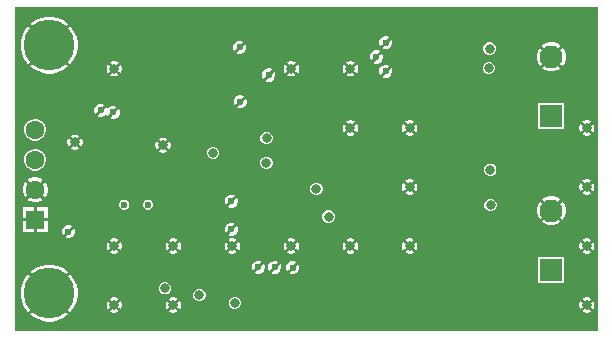
<source format=gbr>
G04*
G04 #@! TF.GenerationSoftware,Altium Limited,Altium Designer,24.0.1 (36)*
G04*
G04 Layer_Physical_Order=3*
G04 Layer_Color=16440176*
%FSLAX44Y44*%
%MOMM*%
G71*
G04*
G04 #@! TF.SameCoordinates,47EEF6A6-A9A8-4354-BB7B-09A3034422A5*
G04*
G04*
G04 #@! TF.FilePolarity,Positive*
G04*
G01*
G75*
%ADD50C,1.6000*%
%ADD51R,1.6000X1.6000*%
%ADD52C,1.9500*%
%ADD53R,1.9500X1.9500*%
%ADD54C,0.6000*%
%ADD55C,0.8000*%
%ADD56C,4.3000*%
G36*
X1259481Y778059D02*
X765599D01*
Y1051941D01*
X1259481D01*
Y778059D01*
D02*
G37*
%LPC*%
G36*
X797368Y1044040D02*
X792632D01*
X787988Y1043116D01*
X783613Y1041304D01*
X779675Y1038673D01*
X778899Y1037897D01*
X780915Y1035881D01*
X779119Y1034085D01*
X777103Y1036101D01*
X776327Y1035325D01*
X773696Y1031387D01*
X771884Y1027012D01*
X770960Y1022368D01*
Y1017632D01*
X771884Y1012988D01*
X773696Y1008613D01*
X776327Y1004675D01*
X777103Y1003899D01*
X779119Y1005915D01*
X780915Y1004119D01*
X778899Y1002103D01*
X779675Y1001327D01*
X783613Y998696D01*
X787988Y996884D01*
X792632Y995960D01*
X797368D01*
X802012Y996884D01*
X806387Y998696D01*
X810325Y1001327D01*
X811101Y1002103D01*
X809085Y1004119D01*
X810881Y1005915D01*
X812897Y1003899D01*
X813673Y1004675D01*
X816304Y1008613D01*
X818116Y1012988D01*
X819040Y1017632D01*
Y1022368D01*
X818116Y1027012D01*
X816304Y1031387D01*
X813673Y1035325D01*
X812897Y1036101D01*
X810881Y1034085D01*
X809085Y1035881D01*
X811101Y1037897D01*
X810325Y1038673D01*
X806387Y1041304D01*
X802012Y1043116D01*
X797368Y1044040D01*
D02*
G37*
G36*
X1081102Y1027540D02*
X1078898D01*
X1076862Y1026697D01*
X1075303Y1025138D01*
X1074460Y1023102D01*
Y1020898D01*
X1075234Y1019030D01*
X1077373Y1021169D01*
X1079169Y1019373D01*
X1077030Y1017234D01*
X1078898Y1016460D01*
X1081102D01*
X1083138Y1017303D01*
X1084697Y1018862D01*
X1085540Y1020898D01*
Y1023102D01*
X1084766Y1024970D01*
X1082627Y1022831D01*
X1080831Y1024627D01*
X1082970Y1026766D01*
X1081102Y1027540D01*
D02*
G37*
G36*
X1221618Y1022290D02*
X1218382D01*
X1215256Y1021452D01*
X1212454Y1019835D01*
X1212208Y1019588D01*
X1214255Y1017541D01*
X1212459Y1015745D01*
X1210412Y1017792D01*
X1210166Y1017546D01*
X1208548Y1014744D01*
X1207710Y1011618D01*
Y1008382D01*
X1208548Y1005256D01*
X1210166Y1002454D01*
X1210412Y1002208D01*
X1212459Y1004255D01*
X1214255Y1002459D01*
X1212208Y1000412D01*
X1212454Y1000166D01*
X1215256Y998548D01*
X1218382Y997710D01*
X1221618D01*
X1224744Y998548D01*
X1227546Y1000166D01*
X1227792Y1000412D01*
X1225745Y1002459D01*
X1227541Y1004255D01*
X1229588Y1002208D01*
X1229834Y1002454D01*
X1231452Y1005256D01*
X1232290Y1008382D01*
Y1011618D01*
X1231452Y1014744D01*
X1229834Y1017546D01*
X1229588Y1017792D01*
X1227541Y1015745D01*
X1225745Y1017541D01*
X1227792Y1019588D01*
X1227546Y1019835D01*
X1224744Y1021452D01*
X1221618Y1022290D01*
D02*
G37*
G36*
X957256Y1023776D02*
X955052D01*
X953016Y1022933D01*
X951457Y1021374D01*
X950614Y1019338D01*
Y1017134D01*
X951387Y1015266D01*
X953527Y1017405D01*
X955323Y1015609D01*
X953184Y1013470D01*
X955052Y1012696D01*
X957256D01*
X959292Y1013539D01*
X960850Y1015098D01*
X961694Y1017134D01*
Y1019338D01*
X960920Y1021206D01*
X958781Y1019067D01*
X956985Y1020863D01*
X959124Y1023002D01*
X957256Y1023776D01*
D02*
G37*
G36*
X1168814Y1022350D02*
X1166717D01*
X1164780Y1021547D01*
X1163298Y1020065D01*
X1162496Y1018128D01*
Y1016031D01*
X1163298Y1014095D01*
X1164780Y1012612D01*
X1166717Y1011810D01*
X1168814D01*
X1170751Y1012612D01*
X1172233Y1014095D01*
X1173036Y1016031D01*
Y1018128D01*
X1172233Y1020065D01*
X1170751Y1021547D01*
X1168814Y1022350D01*
D02*
G37*
G36*
X1073102Y1015540D02*
X1070898D01*
X1068862Y1014697D01*
X1067303Y1013138D01*
X1066460Y1011102D01*
Y1008898D01*
X1067234Y1007030D01*
X1069373Y1009169D01*
X1071169Y1007373D01*
X1069030Y1005234D01*
X1070898Y1004460D01*
X1073102D01*
X1075138Y1005303D01*
X1076697Y1006862D01*
X1077540Y1008898D01*
Y1011102D01*
X1076766Y1012970D01*
X1074627Y1010831D01*
X1072831Y1012627D01*
X1074970Y1014766D01*
X1073102Y1015540D01*
D02*
G37*
G36*
X1050861Y1006540D02*
X1049139D01*
X1047476Y1006094D01*
X1046351Y1005445D01*
X1048409Y1003387D01*
X1046613Y1001591D01*
X1044555Y1003649D01*
X1043906Y1002524D01*
X1043460Y1000861D01*
Y999139D01*
X1043906Y997476D01*
X1044555Y996351D01*
X1046613Y998409D01*
X1048409Y996613D01*
X1046351Y994555D01*
X1047476Y993906D01*
X1049139Y993460D01*
X1050861D01*
X1052524Y993906D01*
X1053649Y994555D01*
X1051591Y996613D01*
X1053387Y998409D01*
X1055445Y996351D01*
X1056094Y997476D01*
X1056540Y999139D01*
Y1000861D01*
X1056094Y1002524D01*
X1055445Y1003649D01*
X1053387Y1001591D01*
X1051591Y1003387D01*
X1053649Y1005445D01*
X1052524Y1006094D01*
X1050861Y1006540D01*
D02*
G37*
G36*
X1000861D02*
X999139D01*
X997476Y1006094D01*
X996351Y1005445D01*
X998409Y1003387D01*
X996613Y1001591D01*
X994555Y1003649D01*
X993906Y1002524D01*
X993460Y1000861D01*
Y999139D01*
X993906Y997476D01*
X994555Y996351D01*
X996613Y998409D01*
X998409Y996613D01*
X996351Y994555D01*
X997476Y993906D01*
X999139Y993460D01*
X1000861D01*
X1002524Y993906D01*
X1003649Y994555D01*
X1001591Y996613D01*
X1003387Y998409D01*
X1005445Y996351D01*
X1006094Y997476D01*
X1006540Y999139D01*
Y1000861D01*
X1006094Y1002524D01*
X1005445Y1003649D01*
X1003387Y1001591D01*
X1001591Y1003387D01*
X1003649Y1005445D01*
X1002524Y1006094D01*
X1000861Y1006540D01*
D02*
G37*
G36*
X850861D02*
X849139D01*
X847476Y1006094D01*
X846351Y1005445D01*
X848409Y1003387D01*
X846613Y1001591D01*
X844555Y1003649D01*
X843906Y1002524D01*
X843460Y1000861D01*
Y999139D01*
X843906Y997476D01*
X844555Y996351D01*
X846613Y998409D01*
X848409Y996613D01*
X846351Y994555D01*
X847476Y993906D01*
X849139Y993460D01*
X850861D01*
X852524Y993906D01*
X853649Y994555D01*
X851591Y996613D01*
X853387Y998409D01*
X855445Y996351D01*
X856094Y997476D01*
X856540Y999139D01*
Y1000861D01*
X856094Y1002524D01*
X855445Y1003649D01*
X853387Y1001591D01*
X851591Y1003387D01*
X853649Y1005445D01*
X852524Y1006094D01*
X850861Y1006540D01*
D02*
G37*
G36*
X1168241Y1005733D02*
X1166144D01*
X1164208Y1004931D01*
X1162725Y1003448D01*
X1161923Y1001512D01*
Y999415D01*
X1162725Y997478D01*
X1164208Y995996D01*
X1166144Y995193D01*
X1168241D01*
X1170178Y995996D01*
X1171660Y997478D01*
X1172463Y999415D01*
Y1001512D01*
X1171660Y1003448D01*
X1170178Y1004931D01*
X1168241Y1005733D01*
D02*
G37*
G36*
X1081102Y1003540D02*
X1078898D01*
X1076862Y1002697D01*
X1075303Y1001138D01*
X1074460Y999102D01*
Y996898D01*
X1075234Y995030D01*
X1077373Y997169D01*
X1079169Y995373D01*
X1077030Y993234D01*
X1078898Y992460D01*
X1081102D01*
X1083138Y993303D01*
X1084697Y994862D01*
X1085540Y996898D01*
Y999102D01*
X1084766Y1000970D01*
X1082627Y998831D01*
X1080831Y1000627D01*
X1082970Y1002766D01*
X1081102Y1003540D01*
D02*
G37*
G36*
X982026Y1000236D02*
X979822D01*
X977786Y999393D01*
X976227Y997835D01*
X975384Y995798D01*
Y993594D01*
X976158Y991726D01*
X978297Y993866D01*
X980093Y992069D01*
X977954Y989930D01*
X979822Y989156D01*
X982026D01*
X984062Y990000D01*
X985620Y991558D01*
X986464Y993594D01*
Y995798D01*
X985690Y997666D01*
X983551Y995527D01*
X981755Y997323D01*
X983894Y999463D01*
X982026Y1000236D01*
D02*
G37*
G36*
X957608Y977478D02*
X955404D01*
X953367Y976635D01*
X951809Y975076D01*
X950966Y973040D01*
Y970836D01*
X951739Y968968D01*
X953879Y971107D01*
X955675Y969311D01*
X953536Y967172D01*
X955404Y966398D01*
X957608D01*
X959644Y967242D01*
X961202Y968800D01*
X962046Y970836D01*
Y973040D01*
X961272Y974908D01*
X959133Y972769D01*
X957337Y974565D01*
X959476Y976704D01*
X957608Y977478D01*
D02*
G37*
G36*
X839554Y970350D02*
X837350D01*
X835314Y969506D01*
X833755Y967948D01*
X832912Y965912D01*
Y963708D01*
X833686Y961840D01*
X835825Y963979D01*
X837621Y962183D01*
X835482Y960044D01*
X837350Y959270D01*
X839554D01*
X841590Y960113D01*
X842463Y960986D01*
X843961Y960688D01*
X844234Y960030D01*
X846373Y962169D01*
X848169Y960373D01*
X846030Y958234D01*
X847898Y957460D01*
X850102D01*
X852138Y958303D01*
X853697Y959862D01*
X854540Y961898D01*
Y964102D01*
X853766Y965970D01*
X851627Y963831D01*
X849831Y965627D01*
X851970Y967766D01*
X850102Y968540D01*
X847898D01*
X845862Y967697D01*
X844989Y966824D01*
X843491Y967122D01*
X843218Y967780D01*
X841079Y965641D01*
X839283Y967437D01*
X841422Y969576D01*
X839554Y970350D01*
D02*
G37*
G36*
X1250861Y956540D02*
X1249139D01*
X1247476Y956094D01*
X1246351Y955445D01*
X1248409Y953387D01*
X1246613Y951591D01*
X1244555Y953649D01*
X1243906Y952524D01*
X1243460Y950861D01*
Y949139D01*
X1243906Y947476D01*
X1244555Y946351D01*
X1246613Y948409D01*
X1248409Y946613D01*
X1246351Y944555D01*
X1247476Y943906D01*
X1249139Y943460D01*
X1250861D01*
X1252524Y943906D01*
X1253649Y944555D01*
X1251591Y946613D01*
X1253387Y948409D01*
X1255445Y946351D01*
X1256094Y947476D01*
X1256540Y949139D01*
Y950861D01*
X1256094Y952524D01*
X1255445Y953649D01*
X1253387Y951591D01*
X1251591Y953387D01*
X1253649Y955445D01*
X1252524Y956094D01*
X1250861Y956540D01*
D02*
G37*
G36*
X1100861D02*
X1099139D01*
X1097476Y956094D01*
X1096351Y955445D01*
X1098409Y953387D01*
X1096613Y951591D01*
X1094555Y953649D01*
X1093906Y952524D01*
X1093460Y950861D01*
Y949139D01*
X1093906Y947476D01*
X1094555Y946351D01*
X1096613Y948409D01*
X1098409Y946613D01*
X1096351Y944555D01*
X1097476Y943906D01*
X1099139Y943460D01*
X1100861D01*
X1102524Y943906D01*
X1103649Y944555D01*
X1101591Y946613D01*
X1103387Y948409D01*
X1105445Y946351D01*
X1106094Y947476D01*
X1106540Y949139D01*
Y950861D01*
X1106094Y952524D01*
X1105445Y953649D01*
X1103387Y951591D01*
X1101591Y953387D01*
X1103649Y955445D01*
X1102524Y956094D01*
X1100861Y956540D01*
D02*
G37*
G36*
X1050861D02*
X1049139D01*
X1047476Y956094D01*
X1046351Y955445D01*
X1048409Y953387D01*
X1046613Y951591D01*
X1044555Y953649D01*
X1043906Y952524D01*
X1043460Y950861D01*
Y949139D01*
X1043906Y947476D01*
X1044555Y946351D01*
X1046613Y948409D01*
X1048409Y946613D01*
X1046351Y944555D01*
X1047476Y943906D01*
X1049139Y943460D01*
X1050861D01*
X1052524Y943906D01*
X1053649Y944555D01*
X1051591Y946613D01*
X1053387Y948409D01*
X1055445Y946351D01*
X1056094Y947476D01*
X1056540Y949139D01*
Y950861D01*
X1056094Y952524D01*
X1055445Y953649D01*
X1053387Y951591D01*
X1051591Y953387D01*
X1053649Y955445D01*
X1052524Y956094D01*
X1050861Y956540D01*
D02*
G37*
G36*
X1231020Y971020D02*
X1208980D01*
Y948980D01*
X1231020D01*
Y971020D01*
D02*
G37*
G36*
X817572Y944323D02*
X815850D01*
X814186Y943877D01*
X813062Y943228D01*
X815120Y941170D01*
X813324Y939374D01*
X811266Y941432D01*
X810617Y940307D01*
X810171Y938644D01*
Y936922D01*
X810617Y935259D01*
X811266Y934134D01*
X813324Y936192D01*
X815120Y934396D01*
X813062Y932338D01*
X814186Y931689D01*
X815850Y931243D01*
X817572D01*
X819235Y931689D01*
X820360Y932338D01*
X818302Y934396D01*
X820098Y936192D01*
X822156Y934134D01*
X822805Y935259D01*
X823251Y936922D01*
Y938644D01*
X822805Y940307D01*
X822156Y941432D01*
X820098Y939374D01*
X818302Y941170D01*
X820360Y943228D01*
X819235Y943877D01*
X817572Y944323D01*
D02*
G37*
G36*
X784220Y957670D02*
X781780D01*
X779422Y957038D01*
X777308Y955818D01*
X775582Y954092D01*
X774362Y951978D01*
X773730Y949620D01*
Y947180D01*
X774362Y944822D01*
X775582Y942708D01*
X777308Y940982D01*
X779422Y939762D01*
X781780Y939130D01*
X784220D01*
X786578Y939762D01*
X788692Y940982D01*
X790418Y942708D01*
X791638Y944822D01*
X792270Y947180D01*
Y949620D01*
X791638Y951978D01*
X790418Y954092D01*
X788692Y955818D01*
X786578Y957038D01*
X784220Y957670D01*
D02*
G37*
G36*
X892105Y941778D02*
X890383D01*
X888720Y941332D01*
X887595Y940683D01*
X889653Y938625D01*
X887857Y936829D01*
X885799Y938887D01*
X885150Y937762D01*
X884704Y936099D01*
Y934377D01*
X885150Y932714D01*
X885799Y931589D01*
X887857Y933647D01*
X889653Y931851D01*
X887595Y929793D01*
X888720Y929144D01*
X890383Y928698D01*
X892105D01*
X893769Y929144D01*
X894893Y929793D01*
X892835Y931851D01*
X894632Y933647D01*
X896689Y931589D01*
X897338Y932714D01*
X897784Y934377D01*
Y936099D01*
X897338Y937762D01*
X896689Y938887D01*
X894632Y936829D01*
X892835Y938625D01*
X894893Y940683D01*
X893769Y941332D01*
X892105Y941778D01*
D02*
G37*
G36*
X979961Y946514D02*
X977865D01*
X975928Y945712D01*
X974445Y944229D01*
X973643Y942292D01*
Y940196D01*
X974445Y938259D01*
X975928Y936776D01*
X977865Y935974D01*
X979961D01*
X981898Y936776D01*
X983381Y938259D01*
X984183Y940196D01*
Y942292D01*
X983381Y944229D01*
X981898Y945712D01*
X979961Y946514D01*
D02*
G37*
G36*
X934772Y933994D02*
X932675D01*
X930738Y933191D01*
X929256Y931709D01*
X928454Y929772D01*
Y927675D01*
X929256Y925738D01*
X930738Y924256D01*
X932675Y923454D01*
X934772D01*
X936709Y924256D01*
X938191Y925738D01*
X938994Y927675D01*
Y929772D01*
X938191Y931709D01*
X936709Y933191D01*
X934772Y933994D01*
D02*
G37*
G36*
X979865Y925584D02*
X977768D01*
X975831Y924782D01*
X974349Y923299D01*
X973547Y921362D01*
Y919266D01*
X974349Y917329D01*
X975831Y915846D01*
X977768Y915044D01*
X979865D01*
X981802Y915846D01*
X983284Y917329D01*
X984087Y919266D01*
Y921362D01*
X983284Y923299D01*
X981802Y924782D01*
X979865Y925584D01*
D02*
G37*
G36*
X784220Y932270D02*
X781780D01*
X779422Y931638D01*
X777308Y930418D01*
X775582Y928692D01*
X774362Y926578D01*
X773730Y924220D01*
Y921780D01*
X774362Y919422D01*
X775582Y917308D01*
X777308Y915582D01*
X779422Y914362D01*
X781780Y913730D01*
X784220D01*
X786578Y914362D01*
X788692Y915582D01*
X790418Y917308D01*
X791638Y919422D01*
X792270Y921780D01*
Y924220D01*
X791638Y926578D01*
X790418Y928692D01*
X788692Y930418D01*
X786578Y931638D01*
X784220Y932270D01*
D02*
G37*
G36*
X1169355Y919780D02*
X1167259D01*
X1165322Y918977D01*
X1163839Y917495D01*
X1163037Y915558D01*
Y913461D01*
X1163839Y911524D01*
X1165322Y910042D01*
X1167259Y909240D01*
X1169355D01*
X1171292Y910042D01*
X1172775Y911524D01*
X1173577Y913461D01*
Y915558D01*
X1172775Y917495D01*
X1171292Y918977D01*
X1169355Y919780D01*
D02*
G37*
G36*
X784388Y908140D02*
X781612D01*
X778932Y907422D01*
X776528Y906034D01*
X776445Y905951D01*
X778506Y903890D01*
X776710Y902094D01*
X774649Y904155D01*
X774566Y904072D01*
X773178Y901668D01*
X772460Y898988D01*
Y896212D01*
X773178Y893532D01*
X774566Y891128D01*
X774649Y891045D01*
X776710Y893106D01*
X778506Y891310D01*
X776445Y889249D01*
X776528Y889166D01*
X778932Y887778D01*
X781612Y887060D01*
X784388D01*
X787068Y887778D01*
X789472Y889166D01*
X789555Y889249D01*
X787494Y891310D01*
X789290Y893106D01*
X791351Y891045D01*
X791434Y891128D01*
X792822Y893532D01*
X793540Y896212D01*
Y898988D01*
X792822Y901668D01*
X791434Y904072D01*
X791351Y904155D01*
X789290Y902094D01*
X787494Y903890D01*
X789555Y905951D01*
X789472Y906034D01*
X787068Y907422D01*
X784388Y908140D01*
D02*
G37*
G36*
X1250861Y906540D02*
X1249139D01*
X1247476Y906094D01*
X1246351Y905445D01*
X1248409Y903387D01*
X1246613Y901591D01*
X1244555Y903649D01*
X1243906Y902524D01*
X1243460Y900861D01*
Y899139D01*
X1243906Y897476D01*
X1244555Y896351D01*
X1246613Y898409D01*
X1248409Y896613D01*
X1246351Y894555D01*
X1247476Y893906D01*
X1249139Y893460D01*
X1250861D01*
X1252524Y893906D01*
X1253649Y894555D01*
X1251591Y896613D01*
X1253387Y898409D01*
X1255445Y896351D01*
X1256094Y897476D01*
X1256540Y899139D01*
Y900861D01*
X1256094Y902524D01*
X1255445Y903649D01*
X1253387Y901591D01*
X1251591Y903387D01*
X1253649Y905445D01*
X1252524Y906094D01*
X1250861Y906540D01*
D02*
G37*
G36*
X1100861D02*
X1099139D01*
X1097476Y906094D01*
X1096351Y905445D01*
X1098409Y903387D01*
X1096613Y901591D01*
X1094555Y903649D01*
X1093906Y902524D01*
X1093460Y900861D01*
Y899139D01*
X1093906Y897476D01*
X1094555Y896351D01*
X1096613Y898409D01*
X1098409Y896613D01*
X1096351Y894555D01*
X1097476Y893906D01*
X1099139Y893460D01*
X1100861D01*
X1102524Y893906D01*
X1103649Y894555D01*
X1101591Y896613D01*
X1103387Y898409D01*
X1105445Y896351D01*
X1106094Y897476D01*
X1106540Y899139D01*
Y900861D01*
X1106094Y902524D01*
X1105445Y903649D01*
X1103387Y901591D01*
X1101591Y903387D01*
X1103649Y905445D01*
X1102524Y906094D01*
X1100861Y906540D01*
D02*
G37*
G36*
X1022206Y903469D02*
X1020110D01*
X1018173Y902666D01*
X1016690Y901184D01*
X1015888Y899247D01*
Y897151D01*
X1016690Y895214D01*
X1018173Y893731D01*
X1020110Y892929D01*
X1022206D01*
X1024143Y893731D01*
X1025626Y895214D01*
X1026428Y897151D01*
Y899247D01*
X1025626Y901184D01*
X1024143Y902666D01*
X1022206Y903469D01*
D02*
G37*
G36*
X1221618Y892290D02*
X1218382D01*
X1215256Y891452D01*
X1212454Y889834D01*
X1212208Y889588D01*
X1214255Y887541D01*
X1212459Y885745D01*
X1210412Y887792D01*
X1210166Y887546D01*
X1208548Y884744D01*
X1207710Y881618D01*
Y878382D01*
X1208548Y875256D01*
X1210166Y872454D01*
X1210412Y872208D01*
X1212459Y874255D01*
X1214255Y872459D01*
X1212208Y870412D01*
X1212454Y870165D01*
X1215256Y868548D01*
X1218382Y867710D01*
X1221618D01*
X1224744Y868548D01*
X1227546Y870165D01*
X1227792Y870412D01*
X1225745Y872459D01*
X1227541Y874255D01*
X1229588Y872208D01*
X1229834Y872454D01*
X1231452Y875256D01*
X1232290Y878382D01*
Y881618D01*
X1231452Y884744D01*
X1229834Y887546D01*
X1229588Y887792D01*
X1227541Y885745D01*
X1225745Y887541D01*
X1227792Y889588D01*
X1227546Y889834D01*
X1224744Y891452D01*
X1221618Y892290D01*
D02*
G37*
G36*
X950072Y893523D02*
X947868D01*
X945832Y892679D01*
X944273Y891121D01*
X943430Y889085D01*
Y886881D01*
X944203Y885013D01*
X946343Y887152D01*
X948139Y885356D01*
X946000Y883216D01*
X947868Y882443D01*
X950072D01*
X952108Y883286D01*
X953666Y884845D01*
X954510Y886881D01*
Y889085D01*
X953736Y890953D01*
X951597Y888814D01*
X949800Y890610D01*
X951940Y892749D01*
X950072Y893523D01*
D02*
G37*
G36*
X879349Y889270D02*
X877651D01*
X876081Y888620D01*
X874880Y887419D01*
X874230Y885849D01*
Y884151D01*
X874880Y882581D01*
X876081Y881380D01*
X877651Y880730D01*
X879349D01*
X880919Y881380D01*
X882120Y882581D01*
X882770Y884151D01*
Y885849D01*
X882120Y887419D01*
X880919Y888620D01*
X879349Y889270D01*
D02*
G37*
G36*
X859349D02*
X857651D01*
X856081Y888620D01*
X854880Y887419D01*
X854230Y885849D01*
Y884151D01*
X854880Y882581D01*
X856081Y881380D01*
X857651Y880730D01*
X859349D01*
X860919Y881380D01*
X862120Y882581D01*
X862770Y884151D01*
Y885849D01*
X862120Y887419D01*
X860919Y888620D01*
X859349Y889270D01*
D02*
G37*
G36*
X793540Y882740D02*
X784270D01*
Y879927D01*
X781730D01*
Y882740D01*
X772460D01*
Y873470D01*
X775273D01*
Y870930D01*
X772460D01*
Y861660D01*
X781730D01*
Y864473D01*
X784270D01*
Y861660D01*
X793540D01*
Y870930D01*
X790727D01*
Y873470D01*
X793540D01*
Y882740D01*
D02*
G37*
G36*
X1169710Y889897D02*
X1167613D01*
X1165676Y889094D01*
X1164194Y887612D01*
X1163391Y885675D01*
Y883579D01*
X1164194Y881642D01*
X1165676Y880159D01*
X1167613Y879357D01*
X1169710D01*
X1171647Y880159D01*
X1173129Y881642D01*
X1173931Y883579D01*
Y885675D01*
X1173129Y887612D01*
X1171647Y889094D01*
X1169710Y889897D01*
D02*
G37*
G36*
X1032544Y880106D02*
X1030447D01*
X1028510Y879304D01*
X1027028Y877821D01*
X1026226Y875884D01*
Y873788D01*
X1027028Y871851D01*
X1028510Y870368D01*
X1030447Y869566D01*
X1032544D01*
X1034481Y870368D01*
X1035963Y871851D01*
X1036766Y873788D01*
Y875884D01*
X1035963Y877821D01*
X1034481Y879304D01*
X1032544Y880106D01*
D02*
G37*
G36*
X950102Y869540D02*
X947898D01*
X945862Y868697D01*
X944303Y867138D01*
X943460Y865102D01*
Y862898D01*
X944234Y861030D01*
X946373Y863169D01*
X948169Y861373D01*
X946030Y859234D01*
X947898Y858460D01*
X950102D01*
X952138Y859303D01*
X953697Y860862D01*
X954540Y862898D01*
Y865102D01*
X953766Y866970D01*
X951627Y864831D01*
X949831Y866627D01*
X951970Y868766D01*
X950102Y869540D01*
D02*
G37*
G36*
X812102Y867540D02*
X809898D01*
X807862Y866697D01*
X806303Y865138D01*
X805460Y863102D01*
Y860898D01*
X806234Y859030D01*
X808373Y861169D01*
X810169Y859373D01*
X808030Y857234D01*
X809898Y856460D01*
X812102D01*
X814138Y857303D01*
X815697Y858862D01*
X816540Y860898D01*
Y863102D01*
X815766Y864970D01*
X813627Y862831D01*
X811831Y864627D01*
X813970Y866766D01*
X812102Y867540D01*
D02*
G37*
G36*
X1250861Y856540D02*
X1249139D01*
X1247476Y856094D01*
X1246351Y855445D01*
X1248409Y853387D01*
X1246613Y851591D01*
X1244555Y853649D01*
X1243906Y852524D01*
X1243460Y850861D01*
Y849139D01*
X1243906Y847476D01*
X1244555Y846351D01*
X1246613Y848409D01*
X1248409Y846613D01*
X1246351Y844555D01*
X1247476Y843906D01*
X1249139Y843460D01*
X1250861D01*
X1252524Y843906D01*
X1253649Y844555D01*
X1251591Y846613D01*
X1253387Y848409D01*
X1255445Y846351D01*
X1256094Y847476D01*
X1256540Y849139D01*
Y850861D01*
X1256094Y852524D01*
X1255445Y853649D01*
X1253387Y851591D01*
X1251591Y853387D01*
X1253649Y855445D01*
X1252524Y856094D01*
X1250861Y856540D01*
D02*
G37*
G36*
X1100861D02*
X1099139D01*
X1097476Y856094D01*
X1096351Y855445D01*
X1098409Y853387D01*
X1096613Y851591D01*
X1094555Y853649D01*
X1093906Y852524D01*
X1093460Y850861D01*
Y849139D01*
X1093906Y847476D01*
X1094555Y846351D01*
X1096613Y848409D01*
X1098409Y846613D01*
X1096351Y844555D01*
X1097476Y843906D01*
X1099139Y843460D01*
X1100861D01*
X1102524Y843906D01*
X1103649Y844555D01*
X1101591Y846613D01*
X1103387Y848409D01*
X1105445Y846351D01*
X1106094Y847476D01*
X1106540Y849139D01*
Y850861D01*
X1106094Y852524D01*
X1105445Y853649D01*
X1103387Y851591D01*
X1101591Y853387D01*
X1103649Y855445D01*
X1102524Y856094D01*
X1100861Y856540D01*
D02*
G37*
G36*
X1050861D02*
X1049139D01*
X1047476Y856094D01*
X1046351Y855445D01*
X1048409Y853387D01*
X1046613Y851591D01*
X1044555Y853649D01*
X1043906Y852524D01*
X1043460Y850861D01*
Y849139D01*
X1043906Y847476D01*
X1044555Y846351D01*
X1046613Y848409D01*
X1048409Y846613D01*
X1046351Y844555D01*
X1047476Y843906D01*
X1049139Y843460D01*
X1050861D01*
X1052524Y843906D01*
X1053649Y844555D01*
X1051591Y846613D01*
X1053387Y848409D01*
X1055445Y846351D01*
X1056094Y847476D01*
X1056540Y849139D01*
Y850861D01*
X1056094Y852524D01*
X1055445Y853649D01*
X1053387Y851591D01*
X1051591Y853387D01*
X1053649Y855445D01*
X1052524Y856094D01*
X1050861Y856540D01*
D02*
G37*
G36*
X1000861D02*
X999139D01*
X997476Y856094D01*
X996351Y855445D01*
X998409Y853387D01*
X996613Y851591D01*
X994555Y853649D01*
X993906Y852524D01*
X993460Y850861D01*
Y849139D01*
X993906Y847476D01*
X994555Y846351D01*
X996613Y848409D01*
X998409Y846613D01*
X996351Y844555D01*
X997476Y843906D01*
X999139Y843460D01*
X1000861D01*
X1002524Y843906D01*
X1003649Y844555D01*
X1001591Y846613D01*
X1003387Y848409D01*
X1005445Y846351D01*
X1006094Y847476D01*
X1006540Y849139D01*
Y850861D01*
X1006094Y852524D01*
X1005445Y853649D01*
X1003387Y851591D01*
X1001591Y853387D01*
X1003649Y855445D01*
X1002524Y856094D01*
X1000861Y856540D01*
D02*
G37*
G36*
X950861D02*
X949139D01*
X947476Y856094D01*
X946351Y855445D01*
X948409Y853387D01*
X946613Y851591D01*
X944555Y853649D01*
X943906Y852524D01*
X943460Y850861D01*
Y849139D01*
X943906Y847476D01*
X944555Y846351D01*
X946613Y848409D01*
X948409Y846613D01*
X946351Y844555D01*
X947476Y843906D01*
X949139Y843460D01*
X950861D01*
X952524Y843906D01*
X953649Y844555D01*
X951591Y846613D01*
X953387Y848409D01*
X955445Y846351D01*
X956094Y847476D01*
X956540Y849139D01*
Y850861D01*
X956094Y852524D01*
X955445Y853649D01*
X953387Y851591D01*
X951591Y853387D01*
X953649Y855445D01*
X952524Y856094D01*
X950861Y856540D01*
D02*
G37*
G36*
X900861D02*
X899139D01*
X897476Y856094D01*
X896351Y855445D01*
X898409Y853387D01*
X896613Y851591D01*
X894555Y853649D01*
X893906Y852524D01*
X893460Y850861D01*
Y849139D01*
X893906Y847476D01*
X894555Y846351D01*
X896613Y848409D01*
X898409Y846613D01*
X896351Y844555D01*
X897476Y843906D01*
X899139Y843460D01*
X900861D01*
X902524Y843906D01*
X903649Y844555D01*
X901591Y846613D01*
X903387Y848409D01*
X905445Y846351D01*
X906094Y847476D01*
X906540Y849139D01*
Y850861D01*
X906094Y852524D01*
X905445Y853649D01*
X903387Y851591D01*
X901591Y853387D01*
X903649Y855445D01*
X902524Y856094D01*
X900861Y856540D01*
D02*
G37*
G36*
X850861D02*
X849139D01*
X847476Y856094D01*
X846351Y855445D01*
X848409Y853387D01*
X846613Y851591D01*
X844555Y853649D01*
X843906Y852524D01*
X843460Y850861D01*
Y849139D01*
X843906Y847476D01*
X844555Y846351D01*
X846613Y848409D01*
X848409Y846613D01*
X846351Y844555D01*
X847476Y843906D01*
X849139Y843460D01*
X850861D01*
X852524Y843906D01*
X853649Y844555D01*
X851591Y846613D01*
X853387Y848409D01*
X855445Y846351D01*
X856094Y847476D01*
X856540Y849139D01*
Y850861D01*
X856094Y852524D01*
X855445Y853649D01*
X853387Y851591D01*
X851591Y853387D01*
X853649Y855445D01*
X852524Y856094D01*
X850861Y856540D01*
D02*
G37*
G36*
X987102Y837540D02*
X984898D01*
X982862Y836697D01*
X981303Y835138D01*
X980460Y833102D01*
Y830898D01*
X981234Y829030D01*
X983373Y831169D01*
X985169Y829373D01*
X983030Y827234D01*
X984898Y826460D01*
X987102D01*
X989138Y827303D01*
X990697Y828862D01*
X991540Y830898D01*
Y833102D01*
X990766Y834970D01*
X988627Y832831D01*
X986831Y834627D01*
X988970Y836766D01*
X987102Y837540D01*
D02*
G37*
G36*
X973102D02*
X970898D01*
X968862Y836697D01*
X967303Y835138D01*
X966460Y833102D01*
Y830898D01*
X967234Y829030D01*
X969373Y831169D01*
X971169Y829373D01*
X969030Y827234D01*
X970898Y826460D01*
X973102D01*
X975138Y827303D01*
X976697Y828862D01*
X977540Y830898D01*
Y833102D01*
X976766Y834970D01*
X974627Y832831D01*
X972831Y834627D01*
X974970Y836766D01*
X973102Y837540D01*
D02*
G37*
G36*
X1002079Y837222D02*
X999875D01*
X997839Y836378D01*
X996281Y834820D01*
X995437Y832784D01*
Y830580D01*
X996211Y828712D01*
X998350Y830851D01*
X1000146Y829055D01*
X998007Y826916D01*
X999875Y826142D01*
X1002079D01*
X1004115Y826985D01*
X1005674Y828544D01*
X1006517Y830580D01*
Y832784D01*
X1005743Y834652D01*
X1003604Y832513D01*
X1001808Y834309D01*
X1003947Y836448D01*
X1002079Y837222D01*
D02*
G37*
G36*
X797368Y834040D02*
X792632D01*
X787988Y833116D01*
X783613Y831304D01*
X779675Y828673D01*
X778899Y827897D01*
X780915Y825881D01*
X779119Y824085D01*
X777103Y826101D01*
X776327Y825325D01*
X773696Y821387D01*
X771884Y817012D01*
X770960Y812368D01*
Y807632D01*
X771884Y802988D01*
X773696Y798613D01*
X776327Y794675D01*
X777103Y793899D01*
X779119Y795915D01*
X780915Y794119D01*
X778899Y792103D01*
X779675Y791327D01*
X783613Y788696D01*
X787988Y786884D01*
X792632Y785960D01*
X797368D01*
X802012Y786884D01*
X806387Y788696D01*
X810325Y791327D01*
X811101Y792103D01*
X809085Y794119D01*
X810881Y795915D01*
X812897Y793899D01*
X813673Y794675D01*
X816304Y798613D01*
X818116Y802988D01*
X819040Y807632D01*
Y812368D01*
X818116Y817012D01*
X816304Y821387D01*
X813673Y825325D01*
X812897Y826101D01*
X810881Y824085D01*
X809085Y825881D01*
X811101Y827897D01*
X810325Y828673D01*
X806387Y831304D01*
X802012Y833116D01*
X797368Y834040D01*
D02*
G37*
G36*
X1231020Y841020D02*
X1208980D01*
Y818980D01*
X1231020D01*
Y841020D01*
D02*
G37*
G36*
X893853Y819426D02*
X891756D01*
X889819Y818624D01*
X888337Y817141D01*
X887534Y815205D01*
Y813108D01*
X888337Y811171D01*
X889819Y809689D01*
X891756Y808886D01*
X893853D01*
X895790Y809689D01*
X897272Y811171D01*
X898074Y813108D01*
Y815205D01*
X897272Y817141D01*
X895790Y818624D01*
X893853Y819426D01*
D02*
G37*
G36*
X923117Y813652D02*
X921021D01*
X919084Y812850D01*
X917601Y811367D01*
X916799Y809430D01*
Y807334D01*
X917601Y805397D01*
X919084Y803914D01*
X921021Y803112D01*
X923117D01*
X925054Y803914D01*
X926536Y805397D01*
X927339Y807334D01*
Y809430D01*
X926536Y811367D01*
X925054Y812850D01*
X923117Y813652D01*
D02*
G37*
G36*
X1250861Y806540D02*
X1249139D01*
X1247476Y806094D01*
X1246351Y805445D01*
X1248409Y803387D01*
X1246613Y801591D01*
X1244555Y803649D01*
X1243906Y802524D01*
X1243460Y800861D01*
Y799139D01*
X1243906Y797476D01*
X1244555Y796351D01*
X1246613Y798409D01*
X1248409Y796613D01*
X1246351Y794555D01*
X1247476Y793906D01*
X1249139Y793460D01*
X1250861D01*
X1252524Y793906D01*
X1253649Y794555D01*
X1251591Y796613D01*
X1253387Y798409D01*
X1255445Y796351D01*
X1256094Y797476D01*
X1256540Y799139D01*
Y800861D01*
X1256094Y802524D01*
X1255445Y803649D01*
X1253387Y801591D01*
X1251591Y803387D01*
X1253649Y805445D01*
X1252524Y806094D01*
X1250861Y806540D01*
D02*
G37*
G36*
X900861D02*
X899139D01*
X897476Y806094D01*
X896351Y805445D01*
X898409Y803387D01*
X896613Y801591D01*
X894555Y803649D01*
X893906Y802524D01*
X893460Y800861D01*
Y799139D01*
X893906Y797476D01*
X894555Y796351D01*
X896613Y798409D01*
X898409Y796613D01*
X896351Y794555D01*
X897476Y793906D01*
X899139Y793460D01*
X900861D01*
X902524Y793906D01*
X903649Y794555D01*
X901591Y796613D01*
X903387Y798409D01*
X905445Y796351D01*
X906094Y797476D01*
X906540Y799139D01*
Y800861D01*
X906094Y802524D01*
X905445Y803649D01*
X903387Y801591D01*
X901591Y803387D01*
X903649Y805445D01*
X902524Y806094D01*
X900861Y806540D01*
D02*
G37*
G36*
X850861D02*
X849139D01*
X847476Y806094D01*
X846351Y805445D01*
X848409Y803387D01*
X846613Y801591D01*
X844555Y803649D01*
X843906Y802524D01*
X843460Y800861D01*
Y799139D01*
X843906Y797476D01*
X844555Y796351D01*
X846613Y798409D01*
X848409Y796613D01*
X846351Y794555D01*
X847476Y793906D01*
X849139Y793460D01*
X850861D01*
X852524Y793906D01*
X853649Y794555D01*
X851591Y796613D01*
X853387Y798409D01*
X855445Y796351D01*
X856094Y797476D01*
X856540Y799139D01*
Y800861D01*
X856094Y802524D01*
X855445Y803649D01*
X853387Y801591D01*
X851591Y803387D01*
X853649Y805445D01*
X852524Y806094D01*
X850861Y806540D01*
D02*
G37*
G36*
X953169Y806960D02*
X951072D01*
X949135Y806157D01*
X947653Y804675D01*
X946850Y802738D01*
Y800641D01*
X947653Y798704D01*
X949135Y797222D01*
X951072Y796420D01*
X953169D01*
X955106Y797222D01*
X956588Y798704D01*
X957390Y800641D01*
Y802738D01*
X956588Y804675D01*
X955106Y806157D01*
X953169Y806960D01*
D02*
G37*
%LPD*%
D50*
X783000Y948400D02*
D03*
Y923000D02*
D03*
Y897600D02*
D03*
D51*
Y872200D02*
D03*
D52*
X1220000Y880000D02*
D03*
Y1010000D02*
D03*
D53*
Y830000D02*
D03*
Y960000D02*
D03*
D54*
X838452Y964810D02*
D03*
X948970Y887983D02*
D03*
X956154Y1018236D02*
D03*
X980924Y994696D02*
D03*
X956506Y971938D02*
D03*
X811000Y862000D02*
D03*
X949000Y864000D02*
D03*
X972000Y832000D02*
D03*
X986000D02*
D03*
X1000977Y831682D02*
D03*
X1072000Y1010000D02*
D03*
X1080000Y1022000D02*
D03*
Y998000D02*
D03*
X849000Y963000D02*
D03*
X858500Y885000D02*
D03*
X878500D02*
D03*
D55*
X1167766Y1017080D02*
D03*
X891244Y935238D02*
D03*
X816711Y937783D02*
D03*
X1250000Y800000D02*
D03*
Y850000D02*
D03*
Y900000D02*
D03*
Y950000D02*
D03*
X900000Y850000D02*
D03*
X850000D02*
D03*
Y800000D02*
D03*
X900000D02*
D03*
X950000Y850000D02*
D03*
X1000000D02*
D03*
X1050000D02*
D03*
X1100000D02*
D03*
Y900000D02*
D03*
Y950000D02*
D03*
X1050000D02*
D03*
Y1000000D02*
D03*
X1000000D02*
D03*
X850000D02*
D03*
X892804Y814156D02*
D03*
X922069Y808382D02*
D03*
X952120Y801690D02*
D03*
X1167193Y1000463D02*
D03*
X1168307Y914510D02*
D03*
X1168661Y884627D02*
D03*
X1031496Y874836D02*
D03*
X1021158Y898199D02*
D03*
X978913Y941244D02*
D03*
X978817Y920314D02*
D03*
X933724Y928724D02*
D03*
D56*
X795000Y810000D02*
D03*
Y1020000D02*
D03*
M02*

</source>
